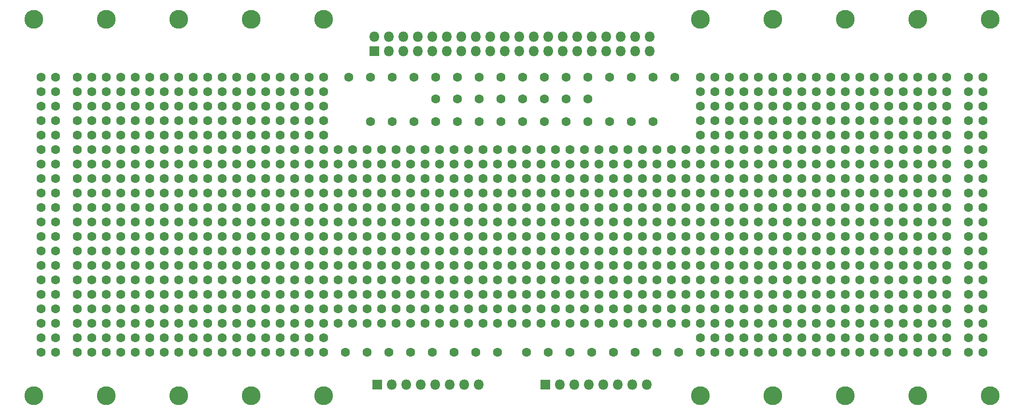
<source format=gbs>
%TF.GenerationSoftware,KiCad,Pcbnew,(5.0.0)*%
%TF.CreationDate,2018-10-23T17:21:25+02:00*%
%TF.ProjectId,S80 Breakout 7in,53383020427265616B6F75742037696E,1.0*%
%TF.SameCoordinates,Original*%
%TF.FileFunction,Soldermask,Bot*%
%TF.FilePolarity,Negative*%
%FSLAX46Y46*%
G04 Gerber Fmt 4.6, Leading zero omitted, Abs format (unit mm)*
G04 Created by KiCad (PCBNEW (5.0.0)) date 10/23/18 17:21:25*
%MOMM*%
%LPD*%
G01*
G04 APERTURE LIST*
%ADD10O,1.801600X1.801600*%
%ADD11R,1.801600X1.801600*%
%ADD12C,1.601600*%
%ADD13C,3.301600*%
G04 APERTURE END LIST*
D10*
X174015400Y-74168000D03*
X174015400Y-76708000D03*
X171475400Y-74168000D03*
X171475400Y-76708000D03*
X168935400Y-74168000D03*
X168935400Y-76708000D03*
X166395400Y-74168000D03*
X166395400Y-76708000D03*
X163855400Y-74168000D03*
X163855400Y-76708000D03*
X161315400Y-74168000D03*
X161315400Y-76708000D03*
X158775400Y-74168000D03*
X158775400Y-76708000D03*
X156235400Y-74168000D03*
X156235400Y-76708000D03*
X153695400Y-74168000D03*
X153695400Y-76708000D03*
X151155400Y-74168000D03*
X151155400Y-76708000D03*
X148615400Y-74168000D03*
X148615400Y-76708000D03*
X146075400Y-74168000D03*
X146075400Y-76708000D03*
X143535400Y-74168000D03*
X143535400Y-76708000D03*
X140995400Y-74168000D03*
X140995400Y-76708000D03*
X138455400Y-74168000D03*
X138455400Y-76708000D03*
X135915400Y-74168000D03*
X135915400Y-76708000D03*
X133375400Y-74168000D03*
X133375400Y-76708000D03*
X130835400Y-74168000D03*
X130835400Y-76708000D03*
X128295400Y-74168000D03*
X128295400Y-76708000D03*
X125755400Y-74168000D03*
D11*
X125755400Y-76708000D03*
D12*
X232410000Y-129540000D03*
X229870000Y-129540000D03*
X232410000Y-127000000D03*
X229870000Y-127000000D03*
X232410000Y-124460000D03*
X229870000Y-124460000D03*
X232410000Y-121920000D03*
X229870000Y-121920000D03*
X232410000Y-119380000D03*
X229870000Y-119380000D03*
X232410000Y-116840000D03*
X229870000Y-116840000D03*
X232410000Y-114300000D03*
X229870000Y-114300000D03*
X232410000Y-111760000D03*
X229870000Y-111760000D03*
X232410000Y-109220000D03*
X229870000Y-109220000D03*
X232410000Y-106680000D03*
X229870000Y-106680000D03*
X232410000Y-104140000D03*
X229870000Y-104140000D03*
X232410000Y-101600000D03*
X229870000Y-101600000D03*
X232410000Y-99060000D03*
X229870000Y-99060000D03*
X232410000Y-96520000D03*
X229870000Y-96520000D03*
X232410000Y-93980000D03*
X229870000Y-93980000D03*
X232410000Y-91440000D03*
X229870000Y-91440000D03*
X232410000Y-88900000D03*
X229870000Y-88900000D03*
X232410000Y-86360000D03*
X229870000Y-86360000D03*
X232410000Y-83820000D03*
X229870000Y-83820000D03*
X232410000Y-81280000D03*
X69850000Y-129540000D03*
X67310000Y-129540000D03*
X69850000Y-127000000D03*
X67310000Y-127000000D03*
X69850000Y-124460000D03*
X67310000Y-124460000D03*
X69850000Y-121920000D03*
X67310000Y-121920000D03*
X69850000Y-119380000D03*
X67310000Y-119380000D03*
X69850000Y-116840000D03*
X67310000Y-116840000D03*
X69850000Y-114300000D03*
X67310000Y-114300000D03*
X69850000Y-111760000D03*
X67310000Y-111760000D03*
X69850000Y-109220000D03*
X67310000Y-109220000D03*
X69850000Y-106680000D03*
X67310000Y-106680000D03*
X69850000Y-104140000D03*
X67310000Y-104140000D03*
X69850000Y-101600000D03*
X67310000Y-101600000D03*
X69850000Y-99060000D03*
X67310000Y-99060000D03*
X69850000Y-96520000D03*
X67310000Y-96520000D03*
X69850000Y-93980000D03*
X67310000Y-93980000D03*
X69850000Y-91440000D03*
X67310000Y-91440000D03*
X69850000Y-88900000D03*
X67310000Y-88900000D03*
X69850000Y-86360000D03*
X67310000Y-86360000D03*
X69850000Y-83820000D03*
X67310000Y-83820000D03*
X69850000Y-81280000D03*
X119380000Y-93980000D03*
X121920000Y-93980000D03*
X124460000Y-93980000D03*
X127000000Y-93980000D03*
X129540000Y-93980000D03*
X132080000Y-93980000D03*
X134620000Y-93980000D03*
X137160000Y-93980000D03*
X139700000Y-93980000D03*
X142240000Y-93980000D03*
X144780000Y-93980000D03*
X147320000Y-93980000D03*
X149860000Y-93980000D03*
X152400000Y-93980000D03*
X154940000Y-93980000D03*
X157480000Y-93980000D03*
X160020000Y-93980000D03*
X162560000Y-93980000D03*
X165100000Y-93980000D03*
X167640000Y-93980000D03*
X170180000Y-93980000D03*
X172720000Y-93980000D03*
X175260000Y-93980000D03*
X177800000Y-93980000D03*
X180340000Y-93980000D03*
X135890000Y-129540000D03*
X120650000Y-129540000D03*
X124460000Y-129540000D03*
X128270000Y-129540000D03*
X132080000Y-129540000D03*
X139700000Y-129540000D03*
X143510000Y-129540000D03*
X147320000Y-129540000D03*
X152400000Y-129540000D03*
X156210000Y-129540000D03*
X160020000Y-129540000D03*
X163830000Y-129540000D03*
X167640000Y-129540000D03*
X171450000Y-129540000D03*
X175260000Y-129540000D03*
X179070000Y-129540000D03*
X226060000Y-129540000D03*
X223520000Y-129540000D03*
X220980000Y-129540000D03*
X218440000Y-129540000D03*
X215900000Y-129540000D03*
X213360000Y-129540000D03*
X210820000Y-129540000D03*
X208280000Y-129540000D03*
X205740000Y-129540000D03*
X203200000Y-129540000D03*
X200660000Y-129540000D03*
X198120000Y-129540000D03*
X195580000Y-129540000D03*
X193040000Y-129540000D03*
X190500000Y-129540000D03*
X187960000Y-129540000D03*
X185420000Y-129540000D03*
X182880000Y-129540000D03*
X116840000Y-129540000D03*
X114300000Y-129540000D03*
X111760000Y-129540000D03*
X109220000Y-129540000D03*
X106680000Y-129540000D03*
X104140000Y-129540000D03*
X101600000Y-129540000D03*
X99060000Y-129540000D03*
X96520000Y-129540000D03*
X93980000Y-129540000D03*
X91440000Y-129540000D03*
X88900000Y-129540000D03*
X86360000Y-129540000D03*
X83820000Y-129540000D03*
X81280000Y-129540000D03*
X78740000Y-129540000D03*
X76200000Y-129540000D03*
X73660000Y-129540000D03*
X226060000Y-127000000D03*
X223520000Y-127000000D03*
X220980000Y-127000000D03*
X218440000Y-127000000D03*
X215900000Y-127000000D03*
X213360000Y-127000000D03*
X210820000Y-127000000D03*
X208280000Y-127000000D03*
X205740000Y-127000000D03*
X203200000Y-127000000D03*
X200660000Y-127000000D03*
X198120000Y-127000000D03*
X195580000Y-127000000D03*
X193040000Y-127000000D03*
X190500000Y-127000000D03*
X187960000Y-127000000D03*
X185420000Y-127000000D03*
X182880000Y-127000000D03*
X116840000Y-127000000D03*
X114300000Y-127000000D03*
X111760000Y-127000000D03*
X109220000Y-127000000D03*
X106680000Y-127000000D03*
X104140000Y-127000000D03*
X101600000Y-127000000D03*
X99060000Y-127000000D03*
X96520000Y-127000000D03*
X93980000Y-127000000D03*
X91440000Y-127000000D03*
X88900000Y-127000000D03*
X86360000Y-127000000D03*
X83820000Y-127000000D03*
X81280000Y-127000000D03*
X78740000Y-127000000D03*
X76200000Y-127000000D03*
X73660000Y-127000000D03*
X226060000Y-124460000D03*
X223520000Y-124460000D03*
X220980000Y-124460000D03*
X218440000Y-124460000D03*
X215900000Y-124460000D03*
X213360000Y-124460000D03*
X210820000Y-124460000D03*
X208280000Y-124460000D03*
X205740000Y-124460000D03*
X203200000Y-124460000D03*
X200660000Y-124460000D03*
X198120000Y-124460000D03*
X195580000Y-124460000D03*
X193040000Y-124460000D03*
X190500000Y-124460000D03*
X187960000Y-124460000D03*
X185420000Y-124460000D03*
X182880000Y-124460000D03*
X180340000Y-124460000D03*
X177800000Y-124460000D03*
X175260000Y-124460000D03*
X172720000Y-124460000D03*
X170180000Y-124460000D03*
X167640000Y-124460000D03*
X165100000Y-124460000D03*
X162560000Y-124460000D03*
X160020000Y-124460000D03*
X157480000Y-124460000D03*
X154940000Y-124460000D03*
X152400000Y-124460000D03*
X149860000Y-124460000D03*
X147320000Y-124460000D03*
X144780000Y-124460000D03*
X142240000Y-124460000D03*
X139700000Y-124460000D03*
X137160000Y-124460000D03*
X134620000Y-124460000D03*
X132080000Y-124460000D03*
X129540000Y-124460000D03*
X127000000Y-124460000D03*
X124460000Y-124460000D03*
X121920000Y-124460000D03*
X119380000Y-124460000D03*
X116840000Y-124460000D03*
X114300000Y-124460000D03*
X111760000Y-124460000D03*
X109220000Y-124460000D03*
X106680000Y-124460000D03*
X104140000Y-124460000D03*
X101600000Y-124460000D03*
X99060000Y-124460000D03*
X96520000Y-124460000D03*
X93980000Y-124460000D03*
X91440000Y-124460000D03*
X88900000Y-124460000D03*
X86360000Y-124460000D03*
X83820000Y-124460000D03*
X81280000Y-124460000D03*
X78740000Y-124460000D03*
X76200000Y-124460000D03*
X73660000Y-124460000D03*
X226060000Y-121920000D03*
X223520000Y-121920000D03*
X220980000Y-121920000D03*
X218440000Y-121920000D03*
X215900000Y-121920000D03*
X213360000Y-121920000D03*
X210820000Y-121920000D03*
X208280000Y-121920000D03*
X205740000Y-121920000D03*
X203200000Y-121920000D03*
X200660000Y-121920000D03*
X198120000Y-121920000D03*
X195580000Y-121920000D03*
X193040000Y-121920000D03*
X190500000Y-121920000D03*
X187960000Y-121920000D03*
X185420000Y-121920000D03*
X182880000Y-121920000D03*
X180340000Y-121920000D03*
X177800000Y-121920000D03*
X175260000Y-121920000D03*
X172720000Y-121920000D03*
X170180000Y-121920000D03*
X167640000Y-121920000D03*
X165100000Y-121920000D03*
X162560000Y-121920000D03*
X160020000Y-121920000D03*
X157480000Y-121920000D03*
X154940000Y-121920000D03*
X152400000Y-121920000D03*
X149860000Y-121920000D03*
X147320000Y-121920000D03*
X144780000Y-121920000D03*
X142240000Y-121920000D03*
X139700000Y-121920000D03*
X137160000Y-121920000D03*
X134620000Y-121920000D03*
X132080000Y-121920000D03*
X129540000Y-121920000D03*
X127000000Y-121920000D03*
X124460000Y-121920000D03*
X121920000Y-121920000D03*
X119380000Y-121920000D03*
X116840000Y-121920000D03*
X114300000Y-121920000D03*
X111760000Y-121920000D03*
X109220000Y-121920000D03*
X106680000Y-121920000D03*
X104140000Y-121920000D03*
X101600000Y-121920000D03*
X99060000Y-121920000D03*
X96520000Y-121920000D03*
X93980000Y-121920000D03*
X91440000Y-121920000D03*
X88900000Y-121920000D03*
X86360000Y-121920000D03*
X83820000Y-121920000D03*
X81280000Y-121920000D03*
X78740000Y-121920000D03*
X76200000Y-121920000D03*
X73660000Y-121920000D03*
X226060000Y-119380000D03*
X223520000Y-119380000D03*
X220980000Y-119380000D03*
X218440000Y-119380000D03*
X215900000Y-119380000D03*
X213360000Y-119380000D03*
X210820000Y-119380000D03*
X208280000Y-119380000D03*
X205740000Y-119380000D03*
X203200000Y-119380000D03*
X200660000Y-119380000D03*
X198120000Y-119380000D03*
X195580000Y-119380000D03*
X193040000Y-119380000D03*
X190500000Y-119380000D03*
X187960000Y-119380000D03*
X185420000Y-119380000D03*
X182880000Y-119380000D03*
X180340000Y-119380000D03*
X177800000Y-119380000D03*
X175260000Y-119380000D03*
X172720000Y-119380000D03*
X170180000Y-119380000D03*
X167640000Y-119380000D03*
X165100000Y-119380000D03*
X162560000Y-119380000D03*
X160020000Y-119380000D03*
X157480000Y-119380000D03*
X154940000Y-119380000D03*
X152400000Y-119380000D03*
X149860000Y-119380000D03*
X147320000Y-119380000D03*
X144780000Y-119380000D03*
X142240000Y-119380000D03*
X139700000Y-119380000D03*
X137160000Y-119380000D03*
X134620000Y-119380000D03*
X132080000Y-119380000D03*
X129540000Y-119380000D03*
X127000000Y-119380000D03*
X124460000Y-119380000D03*
X121920000Y-119380000D03*
X119380000Y-119380000D03*
X116840000Y-119380000D03*
X114300000Y-119380000D03*
X111760000Y-119380000D03*
X109220000Y-119380000D03*
X106680000Y-119380000D03*
X104140000Y-119380000D03*
X101600000Y-119380000D03*
X99060000Y-119380000D03*
X96520000Y-119380000D03*
X93980000Y-119380000D03*
X91440000Y-119380000D03*
X88900000Y-119380000D03*
X86360000Y-119380000D03*
X83820000Y-119380000D03*
X81280000Y-119380000D03*
X78740000Y-119380000D03*
X76200000Y-119380000D03*
X73660000Y-119380000D03*
X226060000Y-116840000D03*
X223520000Y-116840000D03*
X220980000Y-116840000D03*
X218440000Y-116840000D03*
X215900000Y-116840000D03*
X213360000Y-116840000D03*
X210820000Y-116840000D03*
X208280000Y-116840000D03*
X205740000Y-116840000D03*
X203200000Y-116840000D03*
X200660000Y-116840000D03*
X198120000Y-116840000D03*
X195580000Y-116840000D03*
X193040000Y-116840000D03*
X190500000Y-116840000D03*
X187960000Y-116840000D03*
X185420000Y-116840000D03*
X182880000Y-116840000D03*
X180340000Y-116840000D03*
X177800000Y-116840000D03*
X175260000Y-116840000D03*
X172720000Y-116840000D03*
X170180000Y-116840000D03*
X167640000Y-116840000D03*
X165100000Y-116840000D03*
X162560000Y-116840000D03*
X160020000Y-116840000D03*
X157480000Y-116840000D03*
X154940000Y-116840000D03*
X152400000Y-116840000D03*
X149860000Y-116840000D03*
X147320000Y-116840000D03*
X144780000Y-116840000D03*
X142240000Y-116840000D03*
X139700000Y-116840000D03*
X137160000Y-116840000D03*
X134620000Y-116840000D03*
X132080000Y-116840000D03*
X129540000Y-116840000D03*
X127000000Y-116840000D03*
X124460000Y-116840000D03*
X121920000Y-116840000D03*
X119380000Y-116840000D03*
X116840000Y-116840000D03*
X114300000Y-116840000D03*
X111760000Y-116840000D03*
X109220000Y-116840000D03*
X106680000Y-116840000D03*
X104140000Y-116840000D03*
X101600000Y-116840000D03*
X99060000Y-116840000D03*
X96520000Y-116840000D03*
X93980000Y-116840000D03*
X91440000Y-116840000D03*
X88900000Y-116840000D03*
X86360000Y-116840000D03*
X83820000Y-116840000D03*
X81280000Y-116840000D03*
X78740000Y-116840000D03*
X76200000Y-116840000D03*
X73660000Y-116840000D03*
X226060000Y-114300000D03*
X223520000Y-114300000D03*
X220980000Y-114300000D03*
X218440000Y-114300000D03*
X215900000Y-114300000D03*
X213360000Y-114300000D03*
X210820000Y-114300000D03*
X208280000Y-114300000D03*
X205740000Y-114300000D03*
X203200000Y-114300000D03*
X200660000Y-114300000D03*
X198120000Y-114300000D03*
X195580000Y-114300000D03*
X193040000Y-114300000D03*
X190500000Y-114300000D03*
X187960000Y-114300000D03*
X185420000Y-114300000D03*
X182880000Y-114300000D03*
X180340000Y-114300000D03*
X177800000Y-114300000D03*
X175260000Y-114300000D03*
X172720000Y-114300000D03*
X170180000Y-114300000D03*
X167640000Y-114300000D03*
X165100000Y-114300000D03*
X162560000Y-114300000D03*
X160020000Y-114300000D03*
X157480000Y-114300000D03*
X154940000Y-114300000D03*
X152400000Y-114300000D03*
X149860000Y-114300000D03*
X147320000Y-114300000D03*
X144780000Y-114300000D03*
X142240000Y-114300000D03*
X139700000Y-114300000D03*
X137160000Y-114300000D03*
X134620000Y-114300000D03*
X132080000Y-114300000D03*
X129540000Y-114300000D03*
X127000000Y-114300000D03*
X124460000Y-114300000D03*
X121920000Y-114300000D03*
X119380000Y-114300000D03*
X116840000Y-114300000D03*
X114300000Y-114300000D03*
X111760000Y-114300000D03*
X109220000Y-114300000D03*
X106680000Y-114300000D03*
X104140000Y-114300000D03*
X101600000Y-114300000D03*
X99060000Y-114300000D03*
X96520000Y-114300000D03*
X93980000Y-114300000D03*
X91440000Y-114300000D03*
X88900000Y-114300000D03*
X86360000Y-114300000D03*
X83820000Y-114300000D03*
X81280000Y-114300000D03*
X78740000Y-114300000D03*
X76200000Y-114300000D03*
X73660000Y-114300000D03*
X226060000Y-111760000D03*
X223520000Y-111760000D03*
X220980000Y-111760000D03*
X218440000Y-111760000D03*
X215900000Y-111760000D03*
X213360000Y-111760000D03*
X210820000Y-111760000D03*
X208280000Y-111760000D03*
X205740000Y-111760000D03*
X203200000Y-111760000D03*
X200660000Y-111760000D03*
X198120000Y-111760000D03*
X195580000Y-111760000D03*
X193040000Y-111760000D03*
X190500000Y-111760000D03*
X187960000Y-111760000D03*
X185420000Y-111760000D03*
X182880000Y-111760000D03*
X180340000Y-111760000D03*
X177800000Y-111760000D03*
X175260000Y-111760000D03*
X172720000Y-111760000D03*
X170180000Y-111760000D03*
X167640000Y-111760000D03*
X165100000Y-111760000D03*
X162560000Y-111760000D03*
X160020000Y-111760000D03*
X157480000Y-111760000D03*
X154940000Y-111760000D03*
X152400000Y-111760000D03*
X149860000Y-111760000D03*
X147320000Y-111760000D03*
X144780000Y-111760000D03*
X142240000Y-111760000D03*
X139700000Y-111760000D03*
X137160000Y-111760000D03*
X134620000Y-111760000D03*
X132080000Y-111760000D03*
X129540000Y-111760000D03*
X127000000Y-111760000D03*
X124460000Y-111760000D03*
X121920000Y-111760000D03*
X119380000Y-111760000D03*
X116840000Y-111760000D03*
X114300000Y-111760000D03*
X111760000Y-111760000D03*
X109220000Y-111760000D03*
X106680000Y-111760000D03*
X104140000Y-111760000D03*
X101600000Y-111760000D03*
X99060000Y-111760000D03*
X96520000Y-111760000D03*
X93980000Y-111760000D03*
X91440000Y-111760000D03*
X88900000Y-111760000D03*
X86360000Y-111760000D03*
X83820000Y-111760000D03*
X81280000Y-111760000D03*
X78740000Y-111760000D03*
X76200000Y-111760000D03*
X73660000Y-111760000D03*
X226060000Y-109220000D03*
X223520000Y-109220000D03*
X220980000Y-109220000D03*
X218440000Y-109220000D03*
X215900000Y-109220000D03*
X213360000Y-109220000D03*
X210820000Y-109220000D03*
X208280000Y-109220000D03*
X205740000Y-109220000D03*
X203200000Y-109220000D03*
X200660000Y-109220000D03*
X198120000Y-109220000D03*
X195580000Y-109220000D03*
X193040000Y-109220000D03*
X190500000Y-109220000D03*
X187960000Y-109220000D03*
X185420000Y-109220000D03*
X182880000Y-109220000D03*
X180340000Y-109220000D03*
X177800000Y-109220000D03*
X175260000Y-109220000D03*
X172720000Y-109220000D03*
X170180000Y-109220000D03*
X167640000Y-109220000D03*
X165100000Y-109220000D03*
X162560000Y-109220000D03*
X160020000Y-109220000D03*
X157480000Y-109220000D03*
X154940000Y-109220000D03*
X152400000Y-109220000D03*
X149860000Y-109220000D03*
X147320000Y-109220000D03*
X144780000Y-109220000D03*
X142240000Y-109220000D03*
X139700000Y-109220000D03*
X137160000Y-109220000D03*
X134620000Y-109220000D03*
X132080000Y-109220000D03*
X129540000Y-109220000D03*
X127000000Y-109220000D03*
X124460000Y-109220000D03*
X121920000Y-109220000D03*
X119380000Y-109220000D03*
X116840000Y-109220000D03*
X114300000Y-109220000D03*
X111760000Y-109220000D03*
X109220000Y-109220000D03*
X106680000Y-109220000D03*
X104140000Y-109220000D03*
X101600000Y-109220000D03*
X99060000Y-109220000D03*
X96520000Y-109220000D03*
X93980000Y-109220000D03*
X91440000Y-109220000D03*
X88900000Y-109220000D03*
X86360000Y-109220000D03*
X83820000Y-109220000D03*
X81280000Y-109220000D03*
X78740000Y-109220000D03*
X76200000Y-109220000D03*
X73660000Y-109220000D03*
X226060000Y-106680000D03*
X223520000Y-106680000D03*
X220980000Y-106680000D03*
X218440000Y-106680000D03*
X215900000Y-106680000D03*
X213360000Y-106680000D03*
X210820000Y-106680000D03*
X208280000Y-106680000D03*
X205740000Y-106680000D03*
X203200000Y-106680000D03*
X200660000Y-106680000D03*
X198120000Y-106680000D03*
X195580000Y-106680000D03*
X193040000Y-106680000D03*
X190500000Y-106680000D03*
X187960000Y-106680000D03*
X185420000Y-106680000D03*
X182880000Y-106680000D03*
X180340000Y-106680000D03*
X177800000Y-106680000D03*
X175260000Y-106680000D03*
X172720000Y-106680000D03*
X170180000Y-106680000D03*
X167640000Y-106680000D03*
X165100000Y-106680000D03*
X162560000Y-106680000D03*
X160020000Y-106680000D03*
X157480000Y-106680000D03*
X154940000Y-106680000D03*
X152400000Y-106680000D03*
X149860000Y-106680000D03*
X147320000Y-106680000D03*
X144780000Y-106680000D03*
X142240000Y-106680000D03*
X139700000Y-106680000D03*
X137160000Y-106680000D03*
X134620000Y-106680000D03*
X132080000Y-106680000D03*
X129540000Y-106680000D03*
X127000000Y-106680000D03*
X124460000Y-106680000D03*
X121920000Y-106680000D03*
X119380000Y-106680000D03*
X116840000Y-106680000D03*
X114300000Y-106680000D03*
X111760000Y-106680000D03*
X109220000Y-106680000D03*
X106680000Y-106680000D03*
X104140000Y-106680000D03*
X101600000Y-106680000D03*
X99060000Y-106680000D03*
X96520000Y-106680000D03*
X93980000Y-106680000D03*
X91440000Y-106680000D03*
X88900000Y-106680000D03*
X86360000Y-106680000D03*
X83820000Y-106680000D03*
X81280000Y-106680000D03*
X78740000Y-106680000D03*
X76200000Y-106680000D03*
X73660000Y-106680000D03*
X226060000Y-104140000D03*
X223520000Y-104140000D03*
X220980000Y-104140000D03*
X218440000Y-104140000D03*
X215900000Y-104140000D03*
X213360000Y-104140000D03*
X210820000Y-104140000D03*
X208280000Y-104140000D03*
X205740000Y-104140000D03*
X203200000Y-104140000D03*
X200660000Y-104140000D03*
X198120000Y-104140000D03*
X195580000Y-104140000D03*
X193040000Y-104140000D03*
X190500000Y-104140000D03*
X187960000Y-104140000D03*
X185420000Y-104140000D03*
X182880000Y-104140000D03*
X180340000Y-104140000D03*
X177800000Y-104140000D03*
X175260000Y-104140000D03*
X172720000Y-104140000D03*
X170180000Y-104140000D03*
X167640000Y-104140000D03*
X165100000Y-104140000D03*
X162560000Y-104140000D03*
X160020000Y-104140000D03*
X157480000Y-104140000D03*
X154940000Y-104140000D03*
X152400000Y-104140000D03*
X149860000Y-104140000D03*
X147320000Y-104140000D03*
X144780000Y-104140000D03*
X142240000Y-104140000D03*
X139700000Y-104140000D03*
X137160000Y-104140000D03*
X134620000Y-104140000D03*
X132080000Y-104140000D03*
X129540000Y-104140000D03*
X127000000Y-104140000D03*
X124460000Y-104140000D03*
X121920000Y-104140000D03*
X119380000Y-104140000D03*
X116840000Y-104140000D03*
X114300000Y-104140000D03*
X111760000Y-104140000D03*
X109220000Y-104140000D03*
X106680000Y-104140000D03*
X104140000Y-104140000D03*
X101600000Y-104140000D03*
X99060000Y-104140000D03*
X96520000Y-104140000D03*
X93980000Y-104140000D03*
X91440000Y-104140000D03*
X88900000Y-104140000D03*
X86360000Y-104140000D03*
X83820000Y-104140000D03*
X81280000Y-104140000D03*
X78740000Y-104140000D03*
X76200000Y-104140000D03*
X73660000Y-104140000D03*
X226060000Y-101600000D03*
X223520000Y-101600000D03*
X220980000Y-101600000D03*
X218440000Y-101600000D03*
X215900000Y-101600000D03*
X213360000Y-101600000D03*
X210820000Y-101600000D03*
X208280000Y-101600000D03*
X205740000Y-101600000D03*
X203200000Y-101600000D03*
X200660000Y-101600000D03*
X198120000Y-101600000D03*
X195580000Y-101600000D03*
X193040000Y-101600000D03*
X190500000Y-101600000D03*
X187960000Y-101600000D03*
X185420000Y-101600000D03*
X182880000Y-101600000D03*
X180340000Y-101600000D03*
X177800000Y-101600000D03*
X175260000Y-101600000D03*
X172720000Y-101600000D03*
X170180000Y-101600000D03*
X167640000Y-101600000D03*
X165100000Y-101600000D03*
X162560000Y-101600000D03*
X160020000Y-101600000D03*
X157480000Y-101600000D03*
X154940000Y-101600000D03*
X152400000Y-101600000D03*
X149860000Y-101600000D03*
X147320000Y-101600000D03*
X144780000Y-101600000D03*
X142240000Y-101600000D03*
X139700000Y-101600000D03*
X137160000Y-101600000D03*
X134620000Y-101600000D03*
X132080000Y-101600000D03*
X129540000Y-101600000D03*
X127000000Y-101600000D03*
X124460000Y-101600000D03*
X121920000Y-101600000D03*
X119380000Y-101600000D03*
X116840000Y-101600000D03*
X114300000Y-101600000D03*
X111760000Y-101600000D03*
X109220000Y-101600000D03*
X106680000Y-101600000D03*
X104140000Y-101600000D03*
X101600000Y-101600000D03*
X99060000Y-101600000D03*
X96520000Y-101600000D03*
X93980000Y-101600000D03*
X91440000Y-101600000D03*
X88900000Y-101600000D03*
X86360000Y-101600000D03*
X83820000Y-101600000D03*
X81280000Y-101600000D03*
X78740000Y-101600000D03*
X76200000Y-101600000D03*
X73660000Y-101600000D03*
X226060000Y-99060000D03*
X223520000Y-99060000D03*
X220980000Y-99060000D03*
X218440000Y-99060000D03*
X215900000Y-99060000D03*
X213360000Y-99060000D03*
X210820000Y-99060000D03*
X208280000Y-99060000D03*
X205740000Y-99060000D03*
X203200000Y-99060000D03*
X200660000Y-99060000D03*
X198120000Y-99060000D03*
X195580000Y-99060000D03*
X193040000Y-99060000D03*
X190500000Y-99060000D03*
X187960000Y-99060000D03*
X185420000Y-99060000D03*
X182880000Y-99060000D03*
X180340000Y-99060000D03*
X177800000Y-99060000D03*
X175260000Y-99060000D03*
X172720000Y-99060000D03*
X170180000Y-99060000D03*
X167640000Y-99060000D03*
X165100000Y-99060000D03*
X162560000Y-99060000D03*
X160020000Y-99060000D03*
X157480000Y-99060000D03*
X154940000Y-99060000D03*
X152400000Y-99060000D03*
X149860000Y-99060000D03*
X147320000Y-99060000D03*
X144780000Y-99060000D03*
X142240000Y-99060000D03*
X139700000Y-99060000D03*
X137160000Y-99060000D03*
X134620000Y-99060000D03*
X132080000Y-99060000D03*
X129540000Y-99060000D03*
X127000000Y-99060000D03*
X124460000Y-99060000D03*
X121920000Y-99060000D03*
X119380000Y-99060000D03*
X116840000Y-99060000D03*
X114300000Y-99060000D03*
X111760000Y-99060000D03*
X109220000Y-99060000D03*
X106680000Y-99060000D03*
X104140000Y-99060000D03*
X101600000Y-99060000D03*
X99060000Y-99060000D03*
X96520000Y-99060000D03*
X93980000Y-99060000D03*
X91440000Y-99060000D03*
X88900000Y-99060000D03*
X86360000Y-99060000D03*
X83820000Y-99060000D03*
X81280000Y-99060000D03*
X78740000Y-99060000D03*
X76200000Y-99060000D03*
X73660000Y-99060000D03*
X226060000Y-96520000D03*
X223520000Y-96520000D03*
X220980000Y-96520000D03*
X218440000Y-96520000D03*
X215900000Y-96520000D03*
X213360000Y-96520000D03*
X210820000Y-96520000D03*
X208280000Y-96520000D03*
X205740000Y-96520000D03*
X203200000Y-96520000D03*
X200660000Y-96520000D03*
X198120000Y-96520000D03*
X195580000Y-96520000D03*
X193040000Y-96520000D03*
X190500000Y-96520000D03*
X187960000Y-96520000D03*
X185420000Y-96520000D03*
X182880000Y-96520000D03*
X180340000Y-96520000D03*
X177800000Y-96520000D03*
X175260000Y-96520000D03*
X172720000Y-96520000D03*
X170180000Y-96520000D03*
X167640000Y-96520000D03*
X165100000Y-96520000D03*
X162560000Y-96520000D03*
X160020000Y-96520000D03*
X157480000Y-96520000D03*
X154940000Y-96520000D03*
X152400000Y-96520000D03*
X149860000Y-96520000D03*
X147320000Y-96520000D03*
X144780000Y-96520000D03*
X142240000Y-96520000D03*
X139700000Y-96520000D03*
X137160000Y-96520000D03*
X134620000Y-96520000D03*
X132080000Y-96520000D03*
X129540000Y-96520000D03*
X127000000Y-96520000D03*
X124460000Y-96520000D03*
X121920000Y-96520000D03*
X119380000Y-96520000D03*
X116840000Y-96520000D03*
X114300000Y-96520000D03*
X111760000Y-96520000D03*
X109220000Y-96520000D03*
X106680000Y-96520000D03*
X104140000Y-96520000D03*
X101600000Y-96520000D03*
X99060000Y-96520000D03*
X96520000Y-96520000D03*
X93980000Y-96520000D03*
X91440000Y-96520000D03*
X88900000Y-96520000D03*
X86360000Y-96520000D03*
X83820000Y-96520000D03*
X81280000Y-96520000D03*
X78740000Y-96520000D03*
X76200000Y-96520000D03*
X73660000Y-96520000D03*
X226060000Y-93980000D03*
X223520000Y-93980000D03*
X220980000Y-93980000D03*
X218440000Y-93980000D03*
X215900000Y-93980000D03*
X213360000Y-93980000D03*
X210820000Y-93980000D03*
X208280000Y-93980000D03*
X205740000Y-93980000D03*
X203200000Y-93980000D03*
X200660000Y-93980000D03*
X198120000Y-93980000D03*
X195580000Y-93980000D03*
X193040000Y-93980000D03*
X190500000Y-93980000D03*
X187960000Y-93980000D03*
X185420000Y-93980000D03*
X182880000Y-93980000D03*
X116840000Y-93980000D03*
X114300000Y-93980000D03*
X111760000Y-93980000D03*
X109220000Y-93980000D03*
X106680000Y-93980000D03*
X104140000Y-93980000D03*
X101600000Y-93980000D03*
X99060000Y-93980000D03*
X96520000Y-93980000D03*
X93980000Y-93980000D03*
X91440000Y-93980000D03*
X88900000Y-93980000D03*
X86360000Y-93980000D03*
X83820000Y-93980000D03*
X81280000Y-93980000D03*
X78740000Y-93980000D03*
X76200000Y-93980000D03*
X73660000Y-93980000D03*
X226060000Y-91440000D03*
X223520000Y-91440000D03*
X220980000Y-91440000D03*
X218440000Y-91440000D03*
X215900000Y-91440000D03*
X213360000Y-91440000D03*
X210820000Y-91440000D03*
X208280000Y-91440000D03*
X205740000Y-91440000D03*
X203200000Y-91440000D03*
X200660000Y-91440000D03*
X198120000Y-91440000D03*
X195580000Y-91440000D03*
X193040000Y-91440000D03*
X190500000Y-91440000D03*
X187960000Y-91440000D03*
X185420000Y-91440000D03*
X182880000Y-91440000D03*
X116840000Y-91440000D03*
X114300000Y-91440000D03*
X111760000Y-91440000D03*
X109220000Y-91440000D03*
X106680000Y-91440000D03*
X104140000Y-91440000D03*
X101600000Y-91440000D03*
X99060000Y-91440000D03*
X96520000Y-91440000D03*
X93980000Y-91440000D03*
X91440000Y-91440000D03*
X88900000Y-91440000D03*
X86360000Y-91440000D03*
X83820000Y-91440000D03*
X81280000Y-91440000D03*
X78740000Y-91440000D03*
X76200000Y-91440000D03*
X73660000Y-91440000D03*
X226060000Y-88900000D03*
X223520000Y-88900000D03*
X220980000Y-88900000D03*
X218440000Y-88900000D03*
X215900000Y-88900000D03*
X213360000Y-88900000D03*
X210820000Y-88900000D03*
X208280000Y-88900000D03*
X205740000Y-88900000D03*
X203200000Y-88900000D03*
X200660000Y-88900000D03*
X198120000Y-88900000D03*
X195580000Y-88900000D03*
X193040000Y-88900000D03*
X190500000Y-88900000D03*
X187960000Y-88900000D03*
X185420000Y-88900000D03*
X182880000Y-88900000D03*
X116840000Y-88900000D03*
X114300000Y-88900000D03*
X111760000Y-88900000D03*
X109220000Y-88900000D03*
X106680000Y-88900000D03*
X104140000Y-88900000D03*
X101600000Y-88900000D03*
X99060000Y-88900000D03*
X96520000Y-88900000D03*
X93980000Y-88900000D03*
X91440000Y-88900000D03*
X88900000Y-88900000D03*
X86360000Y-88900000D03*
X83820000Y-88900000D03*
X81280000Y-88900000D03*
X78740000Y-88900000D03*
X76200000Y-88900000D03*
X73660000Y-88900000D03*
X226060000Y-86360000D03*
X223520000Y-86360000D03*
X220980000Y-86360000D03*
X218440000Y-86360000D03*
X215900000Y-86360000D03*
X213360000Y-86360000D03*
X210820000Y-86360000D03*
X208280000Y-86360000D03*
X205740000Y-86360000D03*
X203200000Y-86360000D03*
X200660000Y-86360000D03*
X198120000Y-86360000D03*
X195580000Y-86360000D03*
X193040000Y-86360000D03*
X190500000Y-86360000D03*
X187960000Y-86360000D03*
X185420000Y-86360000D03*
X182880000Y-86360000D03*
X116840000Y-86360000D03*
X114300000Y-86360000D03*
X111760000Y-86360000D03*
X109220000Y-86360000D03*
X106680000Y-86360000D03*
X104140000Y-86360000D03*
X101600000Y-86360000D03*
X99060000Y-86360000D03*
X96520000Y-86360000D03*
X93980000Y-86360000D03*
X91440000Y-86360000D03*
X88900000Y-86360000D03*
X86360000Y-86360000D03*
X83820000Y-86360000D03*
X81280000Y-86360000D03*
X78740000Y-86360000D03*
X76200000Y-86360000D03*
X73660000Y-86360000D03*
X226060000Y-83820000D03*
X223520000Y-83820000D03*
X220980000Y-83820000D03*
X218440000Y-83820000D03*
X215900000Y-83820000D03*
X213360000Y-83820000D03*
X210820000Y-83820000D03*
X208280000Y-83820000D03*
X205740000Y-83820000D03*
X203200000Y-83820000D03*
X200660000Y-83820000D03*
X198120000Y-83820000D03*
X195580000Y-83820000D03*
X193040000Y-83820000D03*
X190500000Y-83820000D03*
X187960000Y-83820000D03*
X185420000Y-83820000D03*
X182880000Y-83820000D03*
X116840000Y-83820000D03*
X114300000Y-83820000D03*
X111760000Y-83820000D03*
X109220000Y-83820000D03*
X106680000Y-83820000D03*
X104140000Y-83820000D03*
X101600000Y-83820000D03*
X99060000Y-83820000D03*
X96520000Y-83820000D03*
X93980000Y-83820000D03*
X91440000Y-83820000D03*
X88900000Y-83820000D03*
X86360000Y-83820000D03*
X83820000Y-83820000D03*
X81280000Y-83820000D03*
X78740000Y-83820000D03*
X76200000Y-83820000D03*
X73660000Y-83820000D03*
X226060000Y-81280000D03*
X223520000Y-81280000D03*
X220980000Y-81280000D03*
X218440000Y-81280000D03*
X215900000Y-81280000D03*
X213360000Y-81280000D03*
X210820000Y-81280000D03*
X208280000Y-81280000D03*
X205740000Y-81280000D03*
X203200000Y-81280000D03*
X200660000Y-81280000D03*
X198120000Y-81280000D03*
X195580000Y-81280000D03*
X193040000Y-81280000D03*
X190500000Y-81280000D03*
X187960000Y-81280000D03*
X185420000Y-81280000D03*
X182880000Y-81280000D03*
X116840000Y-81280000D03*
X114300000Y-81280000D03*
X111760000Y-81280000D03*
X109220000Y-81280000D03*
X106680000Y-81280000D03*
X104140000Y-81280000D03*
X101600000Y-81280000D03*
X99060000Y-81280000D03*
X96520000Y-81280000D03*
X93980000Y-81280000D03*
X91440000Y-81280000D03*
X88900000Y-81280000D03*
X86360000Y-81280000D03*
X83820000Y-81280000D03*
X81280000Y-81280000D03*
X78740000Y-81280000D03*
X76200000Y-81280000D03*
X73660000Y-81280000D03*
X67310000Y-81280000D03*
X229870000Y-81280000D03*
X121285000Y-81280000D03*
X125095000Y-81280000D03*
X128905000Y-81280000D03*
X132715000Y-81280000D03*
X136525000Y-81280000D03*
X140335000Y-81280000D03*
X144145000Y-81280000D03*
X147955000Y-81280000D03*
X151765000Y-81280000D03*
X155575000Y-81280000D03*
X159385000Y-81280000D03*
X163195000Y-81280000D03*
X167005000Y-81280000D03*
X170815000Y-81280000D03*
X174625000Y-81280000D03*
X178435000Y-81280000D03*
X136525000Y-85090000D03*
X140335000Y-85090000D03*
X144145000Y-85090000D03*
X147955000Y-85090000D03*
X151765000Y-85090000D03*
X155575000Y-85090000D03*
X159385000Y-85090000D03*
X163195000Y-85090000D03*
X125095000Y-89103200D03*
X128905000Y-89103200D03*
X132715000Y-89103200D03*
X136525000Y-89103200D03*
X140335000Y-89103200D03*
X144145000Y-89103200D03*
X147955000Y-89103200D03*
X151765000Y-89103200D03*
X155575000Y-89103200D03*
X159385000Y-89103200D03*
X163195000Y-89103200D03*
X167005000Y-89103200D03*
X170815000Y-89103200D03*
X174625000Y-89103200D03*
D11*
X126238000Y-135178800D03*
D10*
X128778000Y-135178800D03*
X131318000Y-135178800D03*
X133858000Y-135178800D03*
X136398000Y-135178800D03*
X138938000Y-135178800D03*
X141478000Y-135178800D03*
X144018000Y-135178800D03*
D11*
X155702000Y-135178800D03*
D10*
X158242000Y-135178800D03*
X160782000Y-135178800D03*
X163322000Y-135178800D03*
X165862000Y-135178800D03*
X168402000Y-135178800D03*
X170942000Y-135178800D03*
X173482000Y-135178800D03*
D13*
X66040000Y-71120000D03*
X78740000Y-71120000D03*
X233680000Y-137160000D03*
X220980000Y-137160000D03*
X208280000Y-137160000D03*
X195580000Y-137160000D03*
X182880000Y-137160000D03*
X116840000Y-137160000D03*
X104140000Y-137160000D03*
X91440000Y-137160000D03*
X78740000Y-137160000D03*
X66040000Y-137160000D03*
X233680000Y-71120000D03*
X220980000Y-71120000D03*
X208280000Y-71120000D03*
X195580000Y-71120000D03*
X182880000Y-71120000D03*
X116840000Y-71120000D03*
X104140000Y-71120000D03*
X91440000Y-71120000D03*
M02*

</source>
